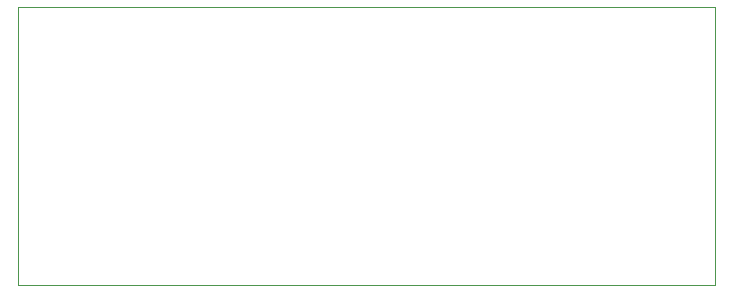
<source format=gm1>
%TF.GenerationSoftware,KiCad,Pcbnew,9.0.6-9.0.6~ubuntu22.04.1*%
%TF.CreationDate,2026-01-23T17:04:03+00:00*%
%TF.ProjectId,vm_jacdaptor,766d5f6a-6163-4646-9170-746f722e6b69,0.4*%
%TF.SameCoordinates,PX58b1140PY3fe56c0*%
%TF.FileFunction,Profile,NP*%
%FSLAX45Y45*%
G04 Gerber Fmt 4.5, Leading zero omitted, Abs format (unit mm)*
G04 Created by KiCad (PCBNEW 9.0.6-9.0.6~ubuntu22.04.1) date 2026-01-23 17:04:03*
%MOMM*%
%LPD*%
G01*
G04 APERTURE LIST*
%TA.AperFunction,Profile*%
%ADD10C,0.050000*%
%TD*%
G04 APERTURE END LIST*
D10*
X-2950000Y1150000D02*
X2950000Y1150000D01*
X2950000Y-1200000D01*
X-2950000Y-1200000D01*
X-2950000Y1150000D01*
M02*

</source>
